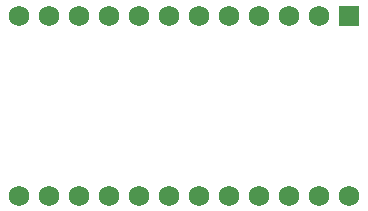
<source format=gbr>
%TF.GenerationSoftware,KiCad,Pcbnew,8.0.6*%
%TF.CreationDate,2025-02-23T20:39:58-06:00*%
%TF.ProjectId,fullycustomcontrolle one handv3c,66756c6c-7963-4757-9374-6f6d636f6e74,rev?*%
%TF.SameCoordinates,Original*%
%TF.FileFunction,Legend,Bot*%
%TF.FilePolarity,Positive*%
%FSLAX46Y46*%
G04 Gerber Fmt 4.6, Leading zero omitted, Abs format (unit mm)*
G04 Created by KiCad (PCBNEW 8.0.6) date 2025-02-23 20:39:58*
%MOMM*%
%LPD*%
G01*
G04 APERTURE LIST*
%ADD10R,1.752600X1.752600*%
%ADD11C,1.752600*%
G04 APERTURE END LIST*
D10*
%TO.C,U1*%
X210820000Y-131445000D03*
D11*
X208280000Y-131445000D03*
X205740000Y-131445000D03*
X203200000Y-131445000D03*
X200660000Y-131445000D03*
X198120000Y-131445000D03*
X195580000Y-131445000D03*
X193040000Y-131445000D03*
X190500000Y-131445000D03*
X187960000Y-131445000D03*
X185420000Y-131445000D03*
X182880000Y-131445000D03*
X182880000Y-146685000D03*
X185420000Y-146685000D03*
X187960000Y-146685000D03*
X190500000Y-146685000D03*
X193040000Y-146685000D03*
X195580000Y-146685000D03*
X198120000Y-146685000D03*
X200660000Y-146685000D03*
X203200000Y-146685000D03*
X205740000Y-146685000D03*
X208280000Y-146685000D03*
X210820000Y-146685000D03*
%TD*%
M02*

</source>
